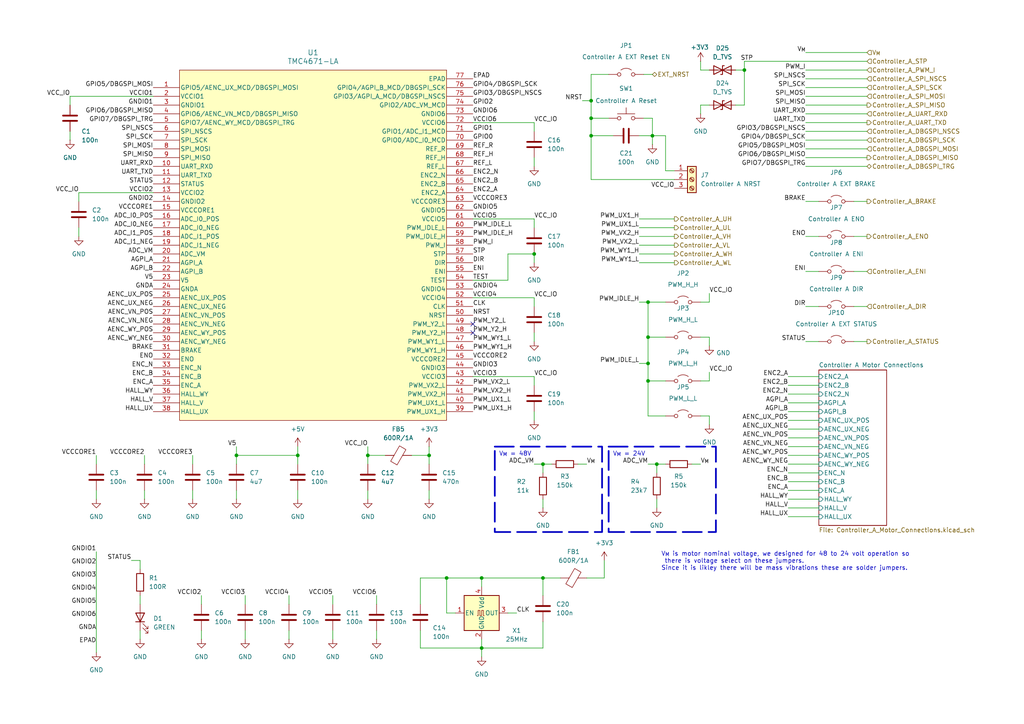
<source format=kicad_sch>
(kicad_sch (version 20231120) (generator "eeschema") (generator_version "8.0")
  (paper "A4")
  (title_block (title "HyperDrive Motor Controller") (rev "Mk. 1") (company "University of Alberta EcoCar Team"))
  (lib_symbols
    (symbol "Connector:Screw_Terminal_01x03" (pin_names (offset 1.016) hide)
      (property "Reference" "J" (at 0 5.08 0))
      (property "Value" "Screw_Terminal_01x03" (at 0 -5.08 0))
      (symbol "Screw_Terminal_01x03_1_1"
        (pin passive line (at -5.08 2.54 0) (length 3.81) (name "Pin_1") (number "1"))
        (pin passive line (at -5.08 0 0) (length 3.81) (name "Pin_2") (number "2"))
        (pin passive line (at -5.08 -2.54 0) (length 3.81) (name "Pin_3") (number "3"))
      )
    )
    (symbol "Device:C" (pin_numbers hide) (pin_names (offset 0.254))
      (property "Reference" "C" (at 0.635 2.54 0))
      (property "Value" "C" (at 0.635 -2.54 0))
      (symbol "C_1_1"
        (pin passive line (at 0 3.81 270) (length 2.794) (name "~") (number "1"))
        (pin passive line (at 0 -3.81 90) (length 2.794) (name "~") (number "2"))
      )
    )
    (symbol "Device:D_TVS" (pin_numbers hide) (pin_names (offset 1.016) hide)
      (property "Reference" "D" (at 0 2.54 0))
      (property "Value" "D_TVS" (at 0 -2.54 0))
      (symbol "D_TVS_1_1"
        (pin passive line (at -3.81 0 0) (length 2.54) (name "A1") (number "1"))
        (pin passive line (at 3.81 0 180) (length 2.54) (name "A2") (number "2"))
      )
    )
    (symbol "Device:FerriteBead" (pin_numbers hide) (pin_names (offset 0))
      (property "Reference" "FB" (at -3.81 0.635 90))
      (property "Value" "FerriteBead" (at 3.81 0 90))
      (symbol "FerriteBead_1_1"
        (pin passive line (at 0 3.81 270) (length 2.54) (name "~") (number "1"))
        (pin passive line (at 0 -3.81 90) (length 2.54) (name "~") (number "2"))
      )
    )
    (symbol "Device:LED" (pin_numbers hide) (pin_names (offset 1.016) hide)
      (property "Reference" "D" (at 0 2.54 0))
      (property "Value" "LED" (at 0 -2.54 0))
      (symbol "LED_1_1"
        (pin passive line (at -3.81 0 0) (length 2.54) (name "K") (number "1"))
        (pin passive line (at 3.81 0 180) (length 2.54) (name "A") (number "2"))
      )
    )
    (symbol "Device:R" (pin_numbers hide) (pin_names (offset 0))
      (property "Reference" "R" (at 2.032 0 90))
      (property "Value" "R" (at 0 0 90))
      (symbol "R_1_1"
        (pin passive line (at 0 3.81 270) (length 1.27) (name "~") (number "1"))
        (pin passive line (at 0 -3.81 90) (length 1.27) (name "~") (number "2"))
      )
    )
    (symbol "Jumper:Jumper_2_Open" (pin_numbers hide) (pin_names (offset 0) hide) (exclude_from_sim yes)
      (property "Reference" "JP" (at 0 2.794 0))
      (property "Value" "Jumper_2_Open" (at 0 -2.286 0))
      (symbol "Jumper_2_Open_1_1"
        (pin passive line (at -5.08 0 0) (length 2.54) (name "A") (number "1"))
        (pin passive line (at 5.08 0 180) (length 2.54) (name "B") (number "2"))
      )
    )
    (symbol "Motor Controller:TMC4671-LA" (pin_names (offset 0.254))
      (property "Reference" "U" (at -0.254 56.642 0))
      (property "Value" "TMC4671-LA" (at -0.254 54.102 0))
      (symbol "TMC4671-LA_0_1"
        (pin bidirectional line (at -45.72 45.72 0) (length 7.62) (name "GPIO5/AENC_UX_MCD/DBGSPI_MOSI") (number "1"))
        (pin input line (at -45.72 22.86 0) (length 7.62) (name "UART_RXD") (number "10"))
        (pin output line (at -45.72 20.32 0) (length 7.62) (name "UART_TXD") (number "11"))
        (pin output line (at -45.72 17.78 0) (length 7.62) (name "STATUS") (number "12"))
        (pin power_in line (at -45.72 15.24 0) (length 7.62) (name "VCCIO2") (number "13"))
        (pin power_in line (at -45.72 12.7 0) (length 7.62) (name "GNDIO2") (number "14"))
        (pin power_in line (at -45.72 10.16 0) (length 7.62) (name "VCCCORE1") (number "15"))
        (pin input line (at -45.72 7.62 0) (length 7.62) (name "ADC_I0_POS") (number "16"))
        (pin input line (at -45.72 5.08 0) (length 7.62) (name "ADC_I0_NEG") (number "17"))
        (pin input line (at -45.72 2.54 0) (length 7.62) (name "ADC_I1_POS") (number "18"))
        (pin input line (at -45.72 0 0) (length 7.62) (name "ADC_I1_NEG") (number "19"))
        (pin power_in line (at -45.72 43.18 0) (length 7.62) (name "VCCIO1") (number "2"))
        (pin input line (at -45.72 -2.54 0) (length 7.62) (name "ADC_VM") (number "20"))
        (pin input line (at -45.72 -5.08 0) (length 7.62) (name "AGPI_A") (number "21"))
        (pin input line (at -45.72 -7.62 0) (length 7.62) (name "AGPI_B") (number "22"))
        (pin power_in line (at -45.72 -10.16 0) (length 7.62) (name "V5") (number "23"))
        (pin power_in line (at -45.72 -12.7 0) (length 7.62) (name "GNDA") (number "24"))
        (pin input line (at -45.72 -15.24 0) (length 7.62) (name "AENC_UX_POS") (number "25"))
        (pin input line (at -45.72 -17.78 0) (length 7.62) (name "AENC_UX_NEG") (number "26"))
        (pin input line (at -45.72 -20.32 0) (length 7.62) (name "AENC_VN_POS") (number "27"))
        (pin input line (at -45.72 -22.86 0) (length 7.62) (name "AENC_VN_NEG") (number "28"))
        (pin input line (at -45.72 -25.4 0) (length 7.62) (name "AENC_WY_POS") (number "29"))
        (pin power_in line (at -45.72 40.64 0) (length 7.62) (name "GNDIO1") (number "3"))
        (pin input line (at -45.72 -27.94 0) (length 7.62) (name "AENC_WY_NEG") (number "30"))
        (pin output line (at -45.72 -30.48 0) (length 7.62) (name "BRAKE") (number "31"))
        (pin output line (at -45.72 -33.02 0) (length 7.62) (name "ENO") (number "32"))
        (pin input line (at -45.72 -35.56 0) (length 7.62) (name "ENC_N") (number "33"))
        (pin input line (at -45.72 -38.1 0) (length 7.62) (name "ENC_B") (number "34"))
        (pin input line (at -45.72 -40.64 0) (length 7.62) (name "ENC_A") (number "35"))
        (pin input line (at -45.72 -43.18 0) (length 7.62) (name "HALL_WY") (number "36"))
        (pin input line (at -45.72 -48.26 0) (length 7.62) (name "HALL_UX") (number "38"))
        (pin output line (at 46.99 -48.26 180) (length 7.62) (name "PWM_UX1_H") (number "39"))
        (pin bidirectional line (at -45.72 38.1 0) (length 7.62) (name "GPIO6/AENC_VN_MCD/DBGSPI_MISO") (number "4"))
        (pin output line (at 46.99 -45.72 180) (length 7.62) (name "PWM_UX1_L") (number "40"))
        (pin output line (at 46.99 -43.18 180) (length 7.62) (name "PWM_VX2_H") (number "41"))
        (pin output line (at 46.99 -40.64 180) (length 7.62) (name "PWM_VX2_L") (number "42"))
        (pin power_in line (at 46.99 -38.1 180) (length 7.62) (name "VCCIO3") (number "43"))
        (pin power_in line (at 46.99 -35.56 180) (length 7.62) (name "GNDIO3") (number "44"))
        (pin power_in line (at 46.99 -33.02 180) (length 7.62) (name "VCCCORE2") (number "45"))
        (pin output line (at 46.99 -30.48 180) (length 7.62) (name "PWM_WY1_H") (number "46"))
        (pin output line (at 46.99 -27.94 180) (length 7.62) (name "PWM_WY1_L") (number "47"))
        (pin output line (at 46.99 -25.4 180) (length 7.62) (name "PWM_Y2_H") (number "48"))
        (pin output line (at 46.99 -22.86 180) (length 7.62) (name "PWM_Y2_L") (number "49"))
        (pin bidirectional line (at -45.72 35.56 0) (length 7.62) (name "GPIO7/AENC_WY_MCD/DBGSPI_TRG") (number "5"))
        (pin input line (at 46.99 -20.32 180) (length 7.62) (name "NRST") (number "50"))
        (pin input line (at 46.99 -17.78 180) (length 7.62) (name "CLK") (number "51"))
        (pin power_in line (at 46.99 -15.24 180) (length 7.62) (name "VCCIO4") (number "52"))
        (pin power_in line (at 46.99 -12.7 180) (length 7.62) (name "GNDIO4") (number "53"))
        (pin input line (at 46.99 -10.16 180) (length 7.62) (name "TEST") (number "54"))
        (pin input line (at 46.99 -7.62 180) (length 7.62) (name "ENI") (number "55"))
        (pin input line (at 46.99 -5.08 180) (length 7.62) (name "DIR") (number "56"))
        (pin input line (at 46.99 -2.54 180) (length 7.62) (name "STP") (number "57"))
        (pin input line (at 46.99 0 180) (length 7.62) (name "PWM_I") (number "58"))
        (pin input line (at 46.99 2.54 180) (length 7.62) (name "PWM_IDLE_H") (number "59"))
        (pin input line (at -45.72 33.02 0) (length 7.62) (name "SPI_NSCS") (number "6"))
        (pin input line (at 46.99 5.08 180) (length 7.62) (name "PWM_IDLE_L") (number "60"))
        (pin power_in line (at 46.99 7.62 180) (length 7.62) (name "VCCIO5") (number "61"))
        (pin power_in line (at 46.99 10.16 180) (length 7.62) (name "GNDIO5") (number "62"))
        (pin power_in line (at 46.99 12.7 180) (length 7.62) (name "VCCCORE3") (number "63"))
        (pin input line (at 46.99 15.24 180) (length 7.62) (name "ENC2_A") (number "64"))
        (pin input line (at 46.99 17.78 180) (length 7.62) (name "ENC2_B") (number "65"))
        (pin input line (at 46.99 20.32 180) (length 7.62) (name "ENC2_N") (number "66"))
        (pin input line (at 46.99 22.86 180) (length 7.62) (name "REF_L") (number "67"))
        (pin input line (at 46.99 25.4 180) (length 7.62) (name "REF_H") (number "68"))
        (pin input line (at 46.99 27.94 180) (length 7.62) (name "REF_R") (number "69"))
        (pin input line (at -45.72 30.48 0) (length 7.62) (name "SPI_SCK") (number "7"))
        (pin bidirectional line (at 46.99 30.48 180) (length 7.62) (name "GPIO0/ADC_I0_MCD") (number "70"))
        (pin bidirectional line (at 46.99 33.02 180) (length 7.62) (name "GPIO1/ADC_I1_MCD") (number "71"))
        (pin power_in line (at 46.99 35.56 180) (length 7.62) (name "VCCIO6") (number "72"))
        (pin power_in line (at 46.99 38.1 180) (length 7.62) (name "GNDIO6") (number "73"))
        (pin bidirectional line (at 46.99 40.64 180) (length 7.62) (name "GPIO2/ADC_VM_MCD") (number "74"))
        (pin bidirectional line (at 46.99 43.18 180) (length 7.62) (name "GPIO3/AGPI_A_MCD/DBGSPI_NSCS") (number "75"))
        (pin bidirectional line (at 46.99 45.72 180) (length 7.62) (name "GPIO4/AGPI_B_MCD/DBGSPI_SCK") (number "76"))
        (pin unspecified line (at 46.99 48.26 180) (length 7.62) (name "EPAD") (number "77"))
        (pin input line (at -45.72 27.94 0) (length 7.62) (name "SPI_MOSI") (number "8"))
        (pin output line (at -45.72 25.4 0) (length 7.62) (name "SPI_MISO") (number "9"))
      )
      (symbol "TMC4671-LA_1_1"
        (pin input line (at -45.72 -45.72 0) (length 7.62) (name "HALL_V") (number "37"))
      )
    )
    (symbol "Oscillator:ASE-xxxMHz" (pin_names (offset 0.254))
      (property "Reference" "X" (at -5.08 6.35 0))
      (property "Value" "ASE-xxxMHz" (at 1.27 -6.35 0))
      (symbol "ASE-xxxMHz_1_1"
        (pin input line (at -7.62 0 0) (length 2.54) (name "EN") (number "1"))
        (pin power_in line (at 0 -7.62 90) (length 2.54) (name "GND") (number "2"))
        (pin output line (at 7.62 0 180) (length 2.54) (name "OUT") (number "3"))
        (pin power_in line (at 0 7.62 270) (length 2.54) (name "Vdd") (number "4"))
      )
    )
    (symbol "Switch:SW_Push" (pin_numbers hide) (pin_names (offset 1.016) hide)
      (property "Reference" "SW" (at 1.27 2.54 0))
      (property "Value" "SW_Push" (at 0 -1.524 0))
      (symbol "SW_Push_0_1"
        (pin passive line (at -5.08 0 0) (length 2.54) (name "1") (number "1"))
        (pin passive line (at 5.08 0 180) (length 2.54) (name "2") (number "2"))
      )
    )
    (symbol "power:+3V3" (power) (pin_numbers hide) (pin_names (offset 0) hide)
      (property "Value" "+3V3" (at 0 3.556 0))
      (symbol "+3V3_1_1"
        (pin power_in line (at 0 0 90) (length 0) (name "~") (number "1"))
      )
    )
    (symbol "power:+5V" (power) (pin_numbers hide) (pin_names (offset 0) hide)
      (property "Value" "+5V" (at 0 3.556 0))
      (symbol "+5V_1_1"
        (pin power_in line (at 0 0 90) (length 0) (name "~") (number "1"))
      )
    )
    (symbol "power:GND" (power) (pin_numbers hide) (pin_names (offset 0) hide)
      (property "Value" "GND" (at 0 -3.81 0))
      (symbol "GND_1_1"
        (pin power_in line (at 0 0 270) (length 0) (name "~") (number "1"))
      )
    )
  )
  (junction (at 215.9 20.32))
  (junction (at 86.36 132.08))
  (junction (at 187.96 105.41))
  (junction (at 171.45 34.29))
  (junction (at 157.48 167.64))
  (junction (at 190.5 134.62))
  (junction (at 139.7 187.96))
  (junction (at 139.7 167.64))
  (junction (at 171.45 29.21))
  (junction (at 171.45 39.37))
  (junction (at 187.96 110.49))
  (junction (at 189.23 39.37))
  (junction (at 129.54 167.64))
  (junction (at 124.46 132.08))
  (junction (at 106.68 132.08))
  (junction (at 157.48 134.62))
  (junction (at 187.96 87.63))
  (junction (at 154.94 73.66))
  (junction (at 187.96 97.79))
  (junction (at 68.58 132.08))
  (no_connect (at 137.16 96.52))
  (no_connect (at 137.16 93.98))
  (wire (pts (xy 233.68 33.02) (xy 251.46 33.02)))
  (wire (pts (xy 193.04 49.53) (xy 195.58 49.53)))
  (wire (pts (xy 137.16 63.5) (xy 154.94 63.5)))
  (wire (pts (xy 185.42 63.5) (xy 195.58 63.5)))
  (wire (pts (xy 68.58 142.24) (xy 68.58 144.78)))
  (wire (pts (xy 154.94 96.52) (xy 154.94 99.06)))
  (wire (pts (xy 190.5 144.78) (xy 190.5 147.32)))
  (wire (pts (xy 106.68 142.24) (xy 106.68 144.78)))
  (wire (pts (xy 137.16 109.22) (xy 154.94 109.22)))
  (wire (pts (xy 154.94 63.5) (xy 154.94 66.04)))
  (wire (pts (xy 40.64 172.72) (xy 40.64 175.26)))
  (wire (pts (xy 154.94 73.66) (xy 154.94 76.2)))
  (wire (pts (xy 20.32 38.1) (xy 20.32 40.64)))
  (wire (pts (xy 40.64 162.56) (xy 38.1 162.56)))
  (wire (pts (xy 27.94 160.02) (xy 27.94 189.23)))
  (wire (pts (xy 132.08 177.8) (xy 129.54 177.8)))
  (wire (pts (xy 185.42 68.58) (xy 195.58 68.58)))
  (wire (pts (xy 40.64 182.88) (xy 40.64 185.42)))
  (wire (pts (xy 233.68 68.58) (xy 237.49 68.58)))
  (wire (pts (xy 189.23 39.37) (xy 189.23 41.91)))
  (wire (pts (xy 187.96 110.49) (xy 187.96 120.65)))
  (wire (pts (xy 228.6 129.54) (xy 237.49 129.54)))
  (wire (pts (xy 185.42 76.2) (xy 195.58 76.2)))
  (wire (pts (xy 203.2 30.48) (xy 203.2 33.02)))
  (wire (pts (xy 193.04 39.37) (xy 189.23 39.37)))
  (wire (pts (xy 41.91 132.08) (xy 41.91 134.62)))
  (wire (pts (xy 154.94 86.36) (xy 154.94 88.9)))
  (wire (pts (xy 157.48 144.78) (xy 157.48 147.32)))
  (wire (pts (xy 121.92 187.96) (xy 139.7 187.96)))
  (wire (pts (xy 154.94 109.22) (xy 154.94 111.76)))
  (wire (pts (xy 187.96 97.79) (xy 193.04 97.79)))
  (wire (pts (xy 124.46 129.54) (xy 124.46 132.08)))
  (wire (pts (xy 228.6 111.76) (xy 237.49 111.76)))
  (wire (pts (xy 247.65 58.42) (xy 251.46 58.42)))
  (wire (pts (xy 124.46 142.24) (xy 124.46 144.78)))
  (wire (pts (xy 86.36 132.08) (xy 86.36 134.62)))
  (wire (pts (xy 147.32 81.28) (xy 147.32 73.66)))
  (wire (pts (xy 205.74 107.95) (xy 205.74 110.49)))
  (wire (pts (xy 205.74 87.63) (xy 203.2 87.63)))
  (wire (pts (xy 27.94 142.24) (xy 27.94 144.78)))
  (wire (pts (xy 96.52 182.88) (xy 96.52 185.42)))
  (wire (pts (xy 233.68 30.48) (xy 251.46 30.48)))
  (wire (pts (xy 228.6 124.46) (xy 237.49 124.46)))
  (wire (pts (xy 190.5 134.62) (xy 190.5 137.16)))
  (wire (pts (xy 233.68 25.4) (xy 251.46 25.4)))
  (wire (pts (xy 129.54 167.64) (xy 139.7 167.64)))
  (wire (pts (xy 189.23 34.29) (xy 186.69 34.29)))
  (wire (pts (xy 109.22 172.72) (xy 109.22 175.26)))
  (wire (pts (xy 228.6 142.24) (xy 237.49 142.24)))
  (wire (pts (xy 215.9 20.32) (xy 215.9 17.78)))
  (wire (pts (xy 193.04 134.62) (xy 190.5 134.62)))
  (wire (pts (xy 213.36 20.32) (xy 215.9 20.32)))
  (wire (pts (xy 233.68 15.24) (xy 251.46 15.24)))
  (wire (pts (xy 22.86 55.88) (xy 44.45 55.88)))
  (wire (pts (xy 20.32 27.94) (xy 20.32 30.48)))
  (wire (pts (xy 71.12 182.88) (xy 71.12 185.42)))
  (wire (pts (xy 106.68 129.54) (xy 106.68 132.08)))
  (wire (pts (xy 233.68 48.26) (xy 251.46 48.26)))
  (wire (pts (xy 213.36 30.48) (xy 215.9 30.48)))
  (wire (pts (xy 186.69 21.59) (xy 189.23 21.59)))
  (wire (pts (xy 55.88 142.24) (xy 55.88 144.78)))
  (wire (pts (xy 187.96 97.79) (xy 187.96 105.41)))
  (wire (pts (xy 55.88 132.08) (xy 55.88 134.62)))
  (wire (pts (xy 119.38 132.08) (xy 124.46 132.08)))
  (wire (pts (xy 205.74 110.49) (xy 203.2 110.49)))
  (wire (pts (xy 247.65 88.9) (xy 251.46 88.9)))
  (wire (pts (xy 228.6 132.08) (xy 237.49 132.08)))
  (wire (pts (xy 121.92 175.26) (xy 121.92 167.64)))
  (wire (pts (xy 68.58 132.08) (xy 86.36 132.08)))
  (wire (pts (xy 215.9 17.78) (xy 251.46 17.78)))
  (wire (pts (xy 233.68 40.64) (xy 251.46 40.64)))
  (wire (pts (xy 68.58 129.54) (xy 68.58 132.08)))
  (wire (pts (xy 176.53 21.59) (xy 171.45 21.59)))
  (wire (pts (xy 228.6 149.86) (xy 237.49 149.86)))
  (wire (pts (xy 228.6 139.7) (xy 237.49 139.7)))
  (wire (pts (xy 86.36 132.08) (xy 86.36 129.54)))
  (wire (pts (xy 137.16 81.28) (xy 147.32 81.28)))
  (wire (pts (xy 187.96 87.63) (xy 193.04 87.63)))
  (wire (pts (xy 20.32 27.94) (xy 44.45 27.94)))
  (wire (pts (xy 157.48 187.96) (xy 139.7 187.96)))
  (wire (pts (xy 157.48 167.64) (xy 157.48 172.72)))
  (wire (pts (xy 233.68 20.32) (xy 251.46 20.32)))
  (wire (pts (xy 40.64 165.1) (xy 40.64 162.56)))
  (wire (pts (xy 137.16 86.36) (xy 154.94 86.36)))
  (wire (pts (xy 233.68 35.56) (xy 251.46 35.56)))
  (wire (pts (xy 228.6 121.92) (xy 237.49 121.92)))
  (wire (pts (xy 157.48 167.64) (xy 162.56 167.64)))
  (wire (pts (xy 203.2 30.48) (xy 205.74 30.48)))
  (wire (pts (xy 203.2 20.32) (xy 205.74 20.32)))
  (wire (pts (xy 157.48 134.62) (xy 157.48 137.16)))
  (wire (pts (xy 139.7 167.64) (xy 157.48 167.64)))
  (wire (pts (xy 27.94 132.08) (xy 27.94 134.62)))
  (wire (pts (xy 58.42 182.88) (xy 58.42 185.42)))
  (wire (pts (xy 233.68 22.86) (xy 251.46 22.86)))
  (wire (pts (xy 58.42 172.72) (xy 58.42 175.26)))
  (wire (pts (xy 185.42 105.41) (xy 187.96 105.41)))
  (wire (pts (xy 41.91 142.24) (xy 41.91 144.78)))
  (wire (pts (xy 228.6 127) (xy 237.49 127)))
  (wire (pts (xy 171.45 39.37) (xy 171.45 52.07)))
  (wire (pts (xy 200.66 134.62) (xy 203.2 134.62)))
  (wire (pts (xy 233.68 58.42) (xy 237.49 58.42)))
  (wire (pts (xy 247.65 99.06) (xy 251.46 99.06)))
  (wire (pts (xy 187.96 105.41) (xy 187.96 110.49)))
  (wire (pts (xy 233.68 88.9) (xy 237.49 88.9)))
  (wire (pts (xy 203.2 17.78) (xy 203.2 20.32)))
  (wire (pts (xy 193.04 49.53) (xy 193.04 39.37)))
  (wire (pts (xy 171.45 34.29) (xy 176.53 34.29)))
  (wire (pts (xy 247.65 68.58) (xy 251.46 68.58)))
  (wire (pts (xy 228.6 114.3) (xy 237.49 114.3)))
  (wire (pts (xy 187.96 120.65) (xy 193.04 120.65)))
  (wire (pts (xy 154.94 119.38) (xy 154.94 121.92)))
  (wire (pts (xy 124.46 132.08) (xy 124.46 134.62)))
  (wire (pts (xy 168.91 29.21) (xy 171.45 29.21)))
  (wire (pts (xy 185.42 66.04) (xy 195.58 66.04)))
  (wire (pts (xy 185.42 73.66) (xy 195.58 73.66)))
  (wire (pts (xy 160.02 134.62) (xy 157.48 134.62)))
  (wire (pts (xy 83.82 172.72) (xy 83.82 175.26)))
  (wire (pts (xy 228.6 147.32) (xy 237.49 147.32)))
  (wire (pts (xy 233.68 78.74) (xy 237.49 78.74)))
  (wire (pts (xy 247.65 78.74) (xy 251.46 78.74)))
  (wire (pts (xy 228.6 144.78) (xy 237.49 144.78)))
  (wire (pts (xy 121.92 167.64) (xy 129.54 167.64)))
  (wire (pts (xy 233.68 27.94) (xy 251.46 27.94)))
  (wire (pts (xy 233.68 45.72) (xy 251.46 45.72)))
  (wire (pts (xy 189.23 34.29) (xy 189.23 39.37)))
  (wire (pts (xy 154.94 45.72) (xy 154.94 48.26)))
  (wire (pts (xy 106.68 132.08) (xy 106.68 134.62)))
  (wire (pts (xy 171.45 29.21) (xy 171.45 34.29)))
  (wire (pts (xy 185.42 87.63) (xy 187.96 87.63)))
  (wire (pts (xy 109.22 182.88) (xy 109.22 185.42)))
  (wire (pts (xy 154.94 35.56) (xy 154.94 38.1)))
  (wire (pts (xy 22.86 55.88) (xy 22.86 58.42)))
  (wire (pts (xy 139.7 187.96) (xy 139.7 185.42)))
  (wire (pts (xy 68.58 132.08) (xy 68.58 134.62)))
  (wire (pts (xy 154.94 134.62) (xy 157.48 134.62)))
  (wire (pts (xy 193.04 110.49) (xy 187.96 110.49)))
  (wire (pts (xy 157.48 180.34) (xy 157.48 187.96)))
  (wire (pts (xy 228.6 134.62) (xy 237.49 134.62)))
  (wire (pts (xy 185.42 71.12) (xy 195.58 71.12)))
  (wire (pts (xy 167.64 134.62) (xy 170.18 134.62)))
  (wire (pts (xy 121.92 182.88) (xy 121.92 187.96)))
  (wire (pts (xy 205.74 123.19) (xy 205.74 120.65)))
  (wire (pts (xy 205.74 97.79) (xy 205.74 100.33)))
  (wire (pts (xy 147.32 73.66) (xy 154.94 73.66)))
  (wire (pts (xy 233.68 99.06) (xy 237.49 99.06)))
  (wire (pts (xy 175.26 162.56) (xy 175.26 167.64)))
  (wire (pts (xy 215.9 20.32) (xy 215.9 30.48)))
  (wire (pts (xy 228.6 119.38) (xy 237.49 119.38)))
  (wire (pts (xy 187.96 134.62) (xy 190.5 134.62)))
  (wire (pts (xy 129.54 177.8) (xy 129.54 167.64)))
  (wire (pts (xy 106.68 132.08) (xy 111.76 132.08)))
  (wire (pts (xy 139.7 167.64) (xy 139.7 170.18)))
  (wire (pts (xy 187.96 87.63) (xy 187.96 97.79)))
  (wire (pts (xy 177.8 39.37) (xy 171.45 39.37)))
  (wire (pts (xy 170.18 167.64) (xy 175.26 167.64)))
  (wire (pts (xy 71.12 172.72) (xy 71.12 175.26)))
  (wire (pts (xy 228.6 137.16) (xy 237.49 137.16)))
  (wire (pts (xy 205.74 85.09) (xy 205.74 87.63)))
  (wire (pts (xy 185.42 39.37) (xy 189.23 39.37)))
  (wire (pts (xy 137.16 35.56) (xy 154.94 35.56)))
  (wire (pts (xy 149.86 177.8) (xy 147.32 177.8)))
  (wire (pts (xy 96.52 172.72) (xy 96.52 175.26)))
  (wire (pts (xy 171.45 21.59) (xy 171.45 29.21)))
  (wire (pts (xy 228.6 109.22) (xy 237.49 109.22)))
  (wire (pts (xy 86.36 142.24) (xy 86.36 144.78)))
  (wire (pts (xy 233.68 43.18) (xy 251.46 43.18)))
  (wire (pts (xy 203.2 120.65) (xy 205.74 120.65)))
  (wire (pts (xy 22.86 66.04) (xy 22.86 68.58)))
  (wire (pts (xy 228.6 116.84) (xy 237.49 116.84)))
  (wire (pts (xy 139.7 187.96) (xy 139.7 190.5)))
  (wire (pts (xy 203.2 97.79) (xy 205.74 97.79)))
  (wire (pts (xy 171.45 34.29) (xy 171.45 39.37)))
  (wire (pts (xy 83.82 182.88) (xy 83.82 185.42)))
  (wire (pts (xy 171.45 52.07) (xy 195.58 52.07)))
  (wire (pts (xy 233.68 38.1) (xy 251.46 38.1)))
  (text_box "V_{M} = 24V " (at 176.53 129.54 0) (size 31.115 24.765) (stroke (width 0.5) (type dash)) (effects (font (size 1.27 1.27)) (justify left top)))
  (text_box "V_{M} = 48V " (at 143.51 129.54 0) (size 31.115 24.765) (stroke (width 0.5) (type dash)) (effects (font (size 1.27 1.27)) (justify left top)))
  (text "V_{M} is motor nominal voltage, we designed for 48 to 24 volt operation so\n there is voltage select on these jumpers.\nSince it is likley there will be mass vibrations these are solder jumpers." (at 191.77 162.814 0) (effects (font (size 1.27 1.27)) (justify left)))
  (label "SPI_MOSI" (at 233.68 27.94 180))
  (label "AGPI_B" (at 44.45 78.74 180))
  (label "ENC_A" (at 228.6 142.24 180))
  (label "ENI" (at 233.68 78.74 180))
  (label "UART_RXD" (at 233.68 33.02 180))
  (label "ENO" (at 44.45 104.14 180))
  (label "ADC_I0_NEG" (at 44.45 66.04 180))
  (label "ADC_VM" (at 44.45 73.66 180))
  (label "GPIO4{slash}DBGSPI_SCK" (at 233.68 40.64 180))
  (label "ENO" (at 233.68 68.58 180))
  (label "AGPI_A" (at 44.45 76.2 180))
  (label "CLK" (at 149.86 177.8 0))
  (label "VCCCORE2" (at 137.16 104.14 0))
  (label "GPIO1" (at 137.16 38.1 0))
  (label "PWM_IDLE_H" (at 137.16 68.58 0))
  (label "ENC_B" (at 44.45 109.22 180))
  (label "SPI_MISO" (at 233.68 30.48 180))
  (label "GNDIO1" (at 27.94 160.02 180))
  (label "BRAKE" (at 233.68 58.42 180))
  (label "PWM_Y2_L" (at 137.16 93.98 0))
  (label "AENC_UX_POS" (at 44.45 86.36 180))
  (label "ENC2_A" (at 228.6 109.22 180))
  (label "PWM_WY1_H" (at 185.42 73.66 180))
  (label "VCCIO3" (at 137.16 109.22 0))
  (label "SPI_MISO" (at 44.45 45.72 180))
  (label "AENC_WY_POS" (at 228.6 132.08 180))
  (label "ENC_B" (at 228.6 139.7 180))
  (label "PWM_WY1_H" (at 137.16 101.6 0))
  (label "HALL_WY" (at 44.45 114.3 180))
  (label "UART_TXD" (at 233.68 35.56 180))
  (label "NRST" (at 137.16 91.44 0))
  (label "VCCIO3" (at 71.12 172.72 180))
  (label "EPAD" (at 137.16 22.86 0))
  (label "PWM_I" (at 137.16 71.12 0))
  (label "SPI_NSCS" (at 44.45 38.1 180))
  (label "VCC_IO" (at 22.86 55.88 180))
  (label "ENI" (at 137.16 78.74 0))
  (label "GPIO4{slash}DBGSPI_SCK" (at 137.16 25.4 0))
  (label "SPI_SCK" (at 44.45 40.64 180))
  (label "SPI_MOSI" (at 44.45 43.18 180))
  (label "REF_R" (at 137.16 43.18 0))
  (label "GNDIO2" (at 27.94 163.83 180))
  (label "VCCIO5" (at 96.52 172.72 180))
  (label "HALL_V" (at 44.45 116.84 180))
  (label "GNDIO6" (at 27.94 179.07 180))
  (label "GNDIO5" (at 27.94 175.26 180))
  (label "AENC_UX_POS" (at 228.6 121.92 180))
  (label "GPIO7{slash}DBGSPI_TRG" (at 233.68 48.26 180))
  (label "VCC_IO" (at 154.94 35.56 0))
  (label "REF_L" (at 137.16 48.26 0))
  (label "GNDIO4" (at 137.16 83.82 0))
  (label "VCC_IO" (at 154.94 86.36 0))
  (label "STATUS" (at 38.1 162.56 180))
  (label "V_{M}" (at 203.2 134.62 0))
  (label "PWM_VX2_L" (at 185.42 71.12 180))
  (label "GNDIO3" (at 137.16 106.68 0))
  (label "ADC_VM" (at 187.96 134.62 180))
  (label "PWM_Y2_H" (at 137.16 96.52 0))
  (label "GPIO6{slash}DBGSPI_MISO" (at 44.45 33.02 180))
  (label "VCCIO4" (at 137.16 86.36 0))
  (label "VCCCORE1" (at 44.45 60.96 180))
  (label "PWM_VX2_L" (at 137.16 111.76 0))
  (label "GNDA" (at 44.45 83.82 180))
  (label "STP" (at 137.16 73.66 0))
  (label "VCC_IO" (at 154.94 63.5 0))
  (label "VCC_IO" (at 106.68 129.54 180))
  (label "AENC_WY_NEG" (at 44.45 99.06 180))
  (label "GNDIO6" (at 137.16 33.02 0))
  (label "AENC_WY_POS" (at 44.45 96.52 180))
  (label "GNDIO5" (at 137.16 60.96 0))
  (label "TEST" (at 137.16 81.28 0))
  (label "EPAD" (at 27.94 186.69 180))
  (label "VCCIO1" (at 44.45 27.94 180))
  (label "VCCIO6" (at 109.22 172.72 180))
  (label "ENC2_N" (at 228.6 114.3 180))
  (label "GPIO7{slash}DBGSPI_TRG" (at 44.45 35.56 180))
  (label "PWM_IDLE_L" (at 137.16 66.04 0))
  (label "VCCIO6" (at 137.16 35.56 0))
  (label "AENC_WY_NEG" (at 228.6 134.62 180))
  (label "HALL_WY" (at 228.6 144.78 180))
  (label "STATUS" (at 233.68 99.06 180))
  (label "GPIO5{slash}DBGSPI_MOSI" (at 233.68 43.18 180))
  (label "DIR" (at 137.16 76.2 0))
  (label "BRAKE" (at 44.45 101.6 180))
  (label "STP" (at 218.44 17.78 180))
  (label "ENC2_B" (at 137.16 53.34 0))
  (label "GPIO6{slash}DBGSPI_MISO" (at 233.68 45.72 180))
  (label "GNDIO4" (at 27.94 171.45 180))
  (label "VCCIO2" (at 58.42 172.72 180))
  (label "PWM_UX1_H" (at 137.16 119.38 0))
  (label "VCCCORE1" (at 27.94 132.08 180))
  (label "AGPI_B" (at 228.6 119.38 180))
  (label "VCCCORE2" (at 41.91 132.08 180))
  (label "AENC_VN_POS" (at 228.6 127 180))
  (label "DIR" (at 233.68 88.9 180))
  (label "ADC_I1_POS" (at 44.45 68.58 180))
  (label "AENC_VN_NEG" (at 228.6 129.54 180))
  (label "SPI_SCK" (at 233.68 25.4 180))
  (label "GPIO3{slash}DBGSPI_NSCS" (at 137.16 27.94 0))
  (label "VCC_IO" (at 20.32 27.94 180))
  (label "VCC_IO" (at 154.94 109.22 0))
  (label "GPIO0" (at 137.16 40.64 0))
  (label "ENC_N" (at 44.45 106.68 180))
  (label "VCC_IO" (at 205.74 85.09 0))
  (label "AENC_VN_NEG" (at 44.45 93.98 180))
  (label "PWM_IDLE_H" (at 185.42 87.63 180))
  (label "GPIO2" (at 137.16 30.48 0))
  (label "PWM_UX1_L" (at 137.16 116.84 0))
  (label "REF_H" (at 137.16 45.72 0))
  (label "GNDIO2" (at 44.45 58.42 180))
  (label "VCCIO5" (at 137.16 63.5 0))
  (label "HALL_UX" (at 228.6 149.86 180))
  (label "ENC2_N" (at 137.16 50.8 0))
  (label "UART_RXD" (at 44.45 48.26 180))
  (label "HALL_V" (at 228.6 147.32 180))
  (label "HALL_UX" (at 44.45 119.38 180))
  (label "GNDA" (at 27.94 182.88 180))
  (label "PWM_WY1_L" (at 185.42 76.2 180))
  (label "AGPI_A" (at 228.6 116.84 180))
  (label "AENC_VN_POS" (at 44.45 91.44 180))
  (label "ENC_N" (at 228.6 137.16 180))
  (label "ENC_A" (at 44.45 111.76 180))
  (label "SPI_NSCS" (at 233.68 22.86 180))
  (label "ENC2_A" (at 137.16 55.88 0))
  (label "ADC_I1_NEG" (at 44.45 71.12 180))
  (label "STATUS" (at 44.45 53.34 180))
  (label "CLK" (at 137.16 88.9 0))
  (label "ENC2_B" (at 228.6 111.76 180))
  (label "PWM_IDLE_L" (at 185.42 105.41 180))
  (label "PWM_UX1_H" (at 185.42 63.5 180))
  (label "GPIO3{slash}DBGSPI_NSCS" (at 233.68 38.1 180))
  (label "UART_TXD" (at 44.45 50.8 180))
  (label "GNDIO1" (at 44.45 30.48 180))
  (label "AENC_UX_NEG" (at 228.6 124.46 180))
  (label "PWM_VX2_H" (at 185.42 68.58 180))
  (label "ADC_VM" (at 154.94 134.62 180))
  (label "ADC_I0_POS" (at 44.45 63.5 180))
  (label "PWM_I" (at 233.68 20.32 180))
  (label "AENC_UX_NEG" (at 44.45 88.9 180))
  (label "VCC_IO" (at 205.74 107.95 0))
  (label "GPIO5{slash}DBGSPI_MOSI" (at 44.45 25.4 180))
  (label "VCCCORE3" (at 137.16 58.42 0))
  (label "GNDIO3" (at 27.94 167.64 180))
  (label "V_{M}" (at 233.68 15.24 180))
  (label "VCCIO4" (at 83.82 172.72 180))
  (label "VCC_IO" (at 195.58 54.61 180))
  (label "V5" (at 68.58 129.54 180))
  (label "PWM_WY1_L" (at 137.16 99.06 0))
  (label "PWM_UX1_L" (at 185.42 66.04 180))
  (label "PWM_VX2_H" (at 137.16 114.3 0))
  (label "V_{M}" (at 170.18 134.62 0))
  (label "VCCCORE3" (at 55.88 132.08 180))
  (label "VCCIO2" (at 44.45 55.88 180))
  (label "NRST" (at 168.91 29.21 180))
  (label "V5" (at 44.45 81.28 180))
  (hierarchical_label "Controller_A_DBGSPI_MOSI" (shape input) (at 251.46 43.18 0))
  (hierarchical_label "Controller_A_UL" (shape output) (at 195.58 66.04 0))
  (hierarchical_label "Controller_A_SPI_NSCS" (shape input) (at 251.46 22.86 0))
  (hierarchical_label "Controller_A_SPI_SCK" (shape input) (at 251.46 25.4 0))
  (hierarchical_label "Controller_A_DBGSPI_SCK" (shape input) (at 251.46 40.64 0))
  (hierarchical_label "V_{M}" (shape input) (at 251.46 15.24 0))
  (hierarchical_label "Controller_A_WL" (shape output) (at 195.58 76.2 0))
  (hierarchical_label "Controller_A_PWM_I" (shape input) (at 251.46 20.32 0))
  (hierarchical_label "Controller_A_ENO" (shape output) (at 251.46 68.58 0))
  (hierarchical_label "Controller_A_SPI_MISO" (shape output) (at 251.46 30.48 0))
  (hierarchical_label "Controller_A_UH" (shape output) (at 195.58 63.5 0))
  (hierarchical_label "Controller_A_DBGSPI_MISO" (shape output) (at 251.46 45.72 0))
  (hierarchical_label "Controller_A_SPI_MOSI" (shape input) (at 251.46 27.94 0))
  (hierarchical_label "Controller_A_STATUS" (shape output) (at 251.46 99.06 0))
  (hierarchical_label "Controller_A_STP" (shape input) (at 251.46 17.78 0))
  (hierarchical_label "Controller_A_VH" (shape output) (at 195.58 68.58 0))
  (hierarchical_label "Controller_A_ENI" (shape input) (at 251.46 78.74 0))
  (hierarchical_label "Controller_A_UART_TXD" (shape output) (at 251.46 35.56 0))
  (hierarchical_label "Controller_A_VL" (shape output) (at 195.58 71.12 0))
  (hierarchical_label "EXT_NRST" (shape bidirectional) (at 189.23 21.59 0))
  (hierarchical_label "Controller_A_DBGSPI_NSCS" (shape input) (at 251.46 38.1 0))
  (hierarchical_label "Controller_A_DBGSPI_TRG" (shape bidirectional) (at 251.46 48.26 0))
  (hierarchical_label "Controller_A_UART_RXD" (shape input) (at 251.46 33.02 0))
  (hierarchical_label "Controller_A_DIR" (shape input) (at 251.46 88.9 0))
  (hierarchical_label "Controller_A_WH" (shape output) (at 195.58 73.66 0))
  (hierarchical_label "Controller_A_BRAKE" (shape output) (at 251.46 58.42 0))
  (symbol (lib_id "Device:C") (at 121.92 179.07 0) (unit 1)
    (property "Reference" "C14" (at 125.476 182.118 0) (effects (justify left)))
    (property "Value" "100n" (at 125.476 184.658 0) (effects (justify left)))
    (property "Footprint" "Capacitor_SMD:C_0603_1608Metric" (effects (hide yes)))
    (property "Description" "Unpolarized capacitor" (effects (hide yes)))
  )
  (symbol (lib_id "power:GND") (at 139.7 190.5 0) (unit 1)
    (property "Reference" "#PWR019" (effects (hide yes)))
    (property "Value" "GND" (at 139.7 195.58 0))
    (property "Description" "Power symbol creates a global label with name \"GND\" , ground" (effects (hide yes)))
  )
  (symbol (lib_id "Device:FerriteBead") (at 166.37 167.64 90) (unit 1)
    (property "Reference" "FB1" (at 166.3192 160.02 90))
    (property "Value" "600R/1A" (at 166.3192 162.56 90))
    (property "Footprint" "Inductor_SMD:L_0805_2012Metric" (effects (hide yes)))
    (property "Description" "Ferrite bead" (effects (hide yes)))
  )
  (symbol (lib_id "Device:C") (at 71.12 179.07 0) (unit 1)
    (property "Reference" "C8" (at 74.93 177.7999 0) (effects (justify left)))
    (property "Value" "100n" (at 74.93 180.3399 0) (effects (justify left)))
    (property "Footprint" "Capacitor_SMD:C_0603_1608Metric" (effects (hide yes)))
    (property "Description" "Unpolarized capacitor" (effects (hide yes)))
  )
  (symbol (lib_id "power:GND") (at 58.42 185.42 0) (unit 1)
    (property "Reference" "#PWR08" (effects (hide yes)))
    (property "Value" "GND" (at 58.42 190.5 0))
    (property "Description" "Power symbol creates a global label with name \"GND\" , ground" (effects (hide yes)))
  )
  (symbol (lib_id "power:GND") (at 124.46 144.78 0) (unit 1)
    (property "Reference" "#PWR018" (effects (hide yes)))
    (property "Value" "GND" (at 124.46 149.86 0))
    (property "Description" "Power symbol creates a global label with name \"GND\" , ground" (effects (hide yes)))
  )
  (symbol (lib_id "Device:C") (at 106.68 138.43 0) (unit 1)
    (property "Reference" "C12" (at 110.49 137.1599 0) (effects (justify left)))
    (property "Value" "4u7" (at 110.49 139.6999 0) (effects (justify left)))
    (property "Footprint" "Capacitor_SMD:C_0805_2012Metric" (effects (hide yes)))
    (property "Description" "Unpolarized capacitor" (effects (hide yes)))
  )
  (symbol (lib_id "Device:R") (at 163.83 134.62 90) (unit 1)
    (property "Reference" "R3" (at 163.83 138.176 90))
    (property "Value" "150k" (at 163.83 140.716 90))
    (property "Footprint" "Resistor_SMD:R_0603_1608Metric" (effects (hide yes)))
    (property "Description" "Resistor" (effects (hide yes)))
  )
  (symbol (lib_id "Jumper:Jumper_2_Open") (at 242.57 58.42 0) (unit 1) (exclude_from_sim yes)
    (property "Reference" "JP6" (at 242.57 50.038 0))
    (property "Value" "Controller A EXT BRAKE" (at 242.57 53.34 0))
    (property "Footprint" "Connector_PinHeader_2.54mm:PinHeader_1x02_P2.54mm_Vertical" (effects (hide yes)))
    (property "Description" "Jumper, 2-pole, open" (effects (hide yes)))
  )
  (symbol (lib_id "Device:D_TVS") (at 209.55 20.32 180) (unit 1)
    (property "Reference" "D25" (at 209.55 13.97 0))
    (property "Value" "D_TVS" (at 209.55 16.51 0))
    (property "Description" "Bidirectional transient-voltage-suppression diode" (effects (hide yes)))
  )
  (symbol (lib_id "power:GND") (at 157.48 147.32 0) (unit 1)
    (property "Reference" "#PWR024" (effects (hide yes)))
    (property "Value" "GND" (at 157.48 152.4 0))
    (property "Description" "Power symbol creates a global label with name \"GND\" , ground" (effects (hide yes)))
  )
  (symbol (lib_id "power:GND") (at 68.58 144.78 0) (unit 1)
    (property "Reference" "#PWR09" (effects (hide yes)))
    (property "Value" "GND" (at 68.58 149.86 0))
    (property "Description" "Power symbol creates a global label with name \"GND\" , ground" (effects (hide yes)))
  )
  (symbol (lib_id "Device:C") (at 83.82 179.07 0) (unit 1)
    (property "Reference" "C9" (at 87.63 177.7999 0) (effects (justify left)))
    (property "Value" "100n" (at 87.63 180.3399 0) (effects (justify left)))
    (property "Footprint" "Capacitor_SMD:C_0603_1608Metric" (effects (hide yes)))
    (property "Description" "Unpolarized capacitor" (effects (hide yes)))
  )
  (symbol (lib_id "power:GND") (at 20.32 40.64 0) (unit 1)
    (property "Reference" "#PWR01" (effects (hide yes)))
    (property "Value" "GND" (at 20.32 45.72 0))
    (property "Description" "Power symbol creates a global label with name \"GND\" , ground" (effects (hide yes)))
  )
  (symbol (lib_id "power:GND") (at 96.52 185.42 0) (unit 1)
    (property "Reference" "#PWR014" (effects (hide yes)))
    (property "Value" "GND" (at 96.52 190.5 0))
    (property "Description" "Power symbol creates a global label with name \"GND\" , ground" (effects (hide yes)))
  )
  (symbol (lib_id "Device:R") (at 157.48 140.97 180) (unit 1)
    (property "Reference" "R2" (at 149.86 139.7 0) (effects (justify right)))
    (property "Value" "11k" (at 149.86 142.24 0) (effects (justify right)))
    (property "Footprint" "Resistor_SMD:R_0603_1608Metric" (effects (hide yes)))
    (property "Description" "Resistor" (effects (hide yes)))
  )
  (symbol (lib_id "power:GND") (at 203.2 33.02 0) (unit 1)
    (property "Reference" "#PWR0187" (effects (hide yes)))
    (property "Value" "GND" (at 203.2 38.1 0))
    (property "Description" "Power symbol creates a global label with name \"GND\" , ground" (effects (hide yes)))
  )
  (symbol (lib_id "Device:LED") (at 40.64 179.07 90) (unit 1)
    (property "Reference" "D1" (at 44.45 179.3874 90) (effects (justify right)))
    (property "Value" "GREEN" (at 44.45 181.9274 90) (effects (justify right)))
    (property "Footprint" "LED_SMD:LED_0603_1608Metric" (effects (hide yes)))
    (property "Description" "Light emitting diode" (effects (hide yes)))
  )
  (symbol (lib_id "power:GND") (at 86.36 144.78 0) (unit 1)
    (property "Reference" "#PWR013" (effects (hide yes)))
    (property "Value" "GND" (at 86.36 149.86 0))
    (property "Description" "Power symbol creates a global label with name \"GND\" , ground" (effects (hide yes)))
  )
  (symbol (lib_id "Device:C") (at 20.32 34.29 0) (unit 1)
    (property "Reference" "C1" (at 23.622 38.1 0) (effects (justify left)))
    (property "Value" "100n" (at 23.622 40.64 0) (effects (justify left)))
    (property "Footprint" "Capacitor_SMD:C_0603_1608Metric" (effects (hide yes)))
    (property "Description" "Unpolarized capacitor" (effects (hide yes)))
  )
  (symbol (lib_id "power:GND") (at 27.94 189.23 0) (unit 1)
    (property "Reference" "#PWR04" (effects (hide yes)))
    (property "Value" "GND" (at 27.94 194.31 0))
    (property "Description" "Power symbol creates a global label with name \"GND\" , ground" (effects (hide yes)))
  )
  (symbol (lib_id "Device:D_TVS") (at 209.55 30.48 0) (unit 1)
    (property "Reference" "D24" (at 209.55 24.13 0))
    (property "Value" "D_TVS" (at 209.55 26.67 0))
    (property "Description" "Bidirectional transient-voltage-suppression diode" (effects (hide yes)))
  )
  (symbol (lib_id "power:GND") (at 40.64 185.42 0) (unit 1)
    (property "Reference" "#PWR05" (effects (hide yes)))
    (property "Value" "GND" (at 40.64 190.5 0))
    (property "Description" "Power symbol creates a global label with name \"GND\" , ground" (effects (hide yes)))
  )
  (symbol (lib_id "Oscillator:ASE-xxxMHz") (at 139.7 177.8 0) (unit 1)
    (property "Reference" "X1" (at 149.86 182.88 0))
    (property "Value" "25MHz" (at 149.86 185.42 0))
    (property "Footprint" "Oscillator:Oscillator_SMD_Abracon_ASE-4Pin_3.2x2.5mm" (effects (hide yes)))
    (property "Datasheet" "http://www.abracon.com/Oscillators/ASV.pdf" (effects (hide yes)))
    (property "Description" "3.3V CMOS SMD Crystal Clock Oscillator, Abracon" (effects (hide yes)))
  )
  (symbol (lib_id "Jumper:Jumper_2_Open") (at 242.57 88.9 0) (unit 1) (exclude_from_sim yes)
    (property "Reference" "JP9" (at 242.57 80.518 0))
    (property "Value" "Controller A DIR" (at 242.57 83.82 0))
    (property "Footprint" "Connector_PinHeader_2.54mm:PinHeader_1x02_P2.54mm_Vertical" (effects (hide yes)))
    (property "Description" "Jumper, 2-pole, open" (effects (hide yes)))
  )
  (symbol (lib_id "Device:C") (at 58.42 179.07 0) (unit 1)
    (property "Reference" "C6" (at 62.23 177.7999 0) (effects (justify left)))
    (property "Value" "100n" (at 62.23 180.3399 0) (effects (justify left)))
    (property "Footprint" "Capacitor_SMD:C_0603_1608Metric" (effects (hide yes)))
    (property "Description" "Unpolarized capacitor" (effects (hide yes)))
  )
  (symbol (lib_id "Device:C") (at 157.48 176.53 0) (unit 1)
    (property "Reference" "C20" (at 161.29 175.2599 0) (effects (justify left)))
    (property "Value" "100n" (at 161.29 177.7999 0) (effects (justify left)))
    (property "Footprint" "Capacitor_SMD:C_0603_1608Metric" (effects (hide yes)))
    (property "Description" "Unpolarized capacitor" (effects (hide yes)))
  )
  (symbol (lib_id "Device:C") (at 86.36 138.43 0) (unit 1)
    (property "Reference" "C10" (at 90.17 137.1599 0) (effects (justify left)))
    (property "Value" "100n" (at 90.17 139.6999 0) (effects (justify left)))
    (property "Footprint" "Capacitor_SMD:C_0603_1608Metric" (effects (hide yes)))
    (property "Description" "Unpolarized capacitor" (effects (hide yes)))
  )
  (symbol (lib_id "power:GND") (at 71.12 185.42 0) (unit 1)
    (property "Reference" "#PWR010" (effects (hide yes)))
    (property "Value" "GND" (at 71.12 190.5 0))
    (property "Description" "Power symbol creates a global label with name \"GND\" , ground" (effects (hide yes)))
  )
  (symbol (lib_id "power:GND") (at 106.68 144.78 0) (unit 1)
    (property "Reference" "#PWR015" (effects (hide yes)))
    (property "Value" "GND" (at 106.68 149.86 0))
    (property "Description" "Power symbol creates a global label with name \"GND\" , ground" (effects (hide yes)))
  )
  (symbol (lib_id "power:GND") (at 22.86 68.58 0) (unit 1)
    (property "Reference" "#PWR02" (effects (hide yes)))
    (property "Value" "GND" (at 22.86 73.66 0))
    (property "Description" "Power symbol creates a global label with name \"GND\" , ground" (effects (hide yes)))
  )
  (symbol (lib_id "Jumper:Jumper_2_Open") (at 198.12 87.63 0) (unit 1) (exclude_from_sim yes)
    (property "Reference" "JP2" (at 198.12 79.248 0))
    (property "Value" "PWM_H_H" (at 198.12 82.55 0))
    (property "Footprint" "Connector_PinHeader_2.54mm:PinHeader_1x02_P2.54mm_Vertical" (effects (hide yes)))
    (property "Description" "Jumper, 2-pole, open" (effects (hide yes)))
  )
  (symbol (lib_id "power:GND") (at 41.91 144.78 0) (unit 1)
    (property "Reference" "#PWR06" (effects (hide yes)))
    (property "Value" "GND" (at 41.91 149.86 0))
    (property "Description" "Power symbol creates a global label with name \"GND\" , ground" (effects (hide yes)))
  )
  (symbol (lib_id "Device:C") (at 124.46 138.43 0) (unit 1)
    (property "Reference" "C15" (at 128.27 137.1599 0) (effects (justify left)))
    (property "Value" "470n" (at 128.27 139.6999 0) (effects (justify left)))
    (property "Footprint" "Capacitor_SMD:C_0603_1608Metric" (effects (hide yes)))
    (property "Description" "Unpolarized capacitor" (effects (hide yes)))
  )
  (symbol (lib_id "power:GND") (at 205.74 123.19 0) (unit 1)
    (property "Reference" "#PWR029" (effects (hide yes)))
    (property "Value" "GND" (at 205.74 128.27 0))
    (property "Description" "Power symbol creates a global label with name \"GND\" , ground" (effects (hide yes)))
  )
  (symbol (lib_id "power:GND") (at 55.88 144.78 0) (unit 1)
    (property "Reference" "#PWR07" (effects (hide yes)))
    (property "Value" "GND" (at 55.88 149.86 0))
    (property "Description" "Power symbol creates a global label with name \"GND\" , ground" (effects (hide yes)))
  )
  (symbol (lib_id "power:GND") (at 154.94 76.2 0) (unit 1)
    (property "Reference" "#PWR021" (effects (hide yes)))
    (property "Value" "GND" (at 154.94 81.28 0))
    (property "Description" "Power symbol creates a global label with name \"GND\" , ground" (effects (hide yes)))
  )
  (symbol (lib_id "Device:C") (at 154.94 69.85 0) (unit 1)
    (property "Reference" "C17" (at 158.75 68.5799 0) (effects (justify left)))
    (property "Value" "100n" (at 158.75 71.1199 0) (effects (justify left)))
    (property "Footprint" "Capacitor_SMD:C_0603_1608Metric" (effects (hide yes)))
    (property "Description" "Unpolarized capacitor" (effects (hide yes)))
  )
  (symbol (lib_id "Jumper:Jumper_2_Open") (at 198.12 97.79 0) (unit 1) (exclude_from_sim yes)
    (property "Reference" "JP3" (at 198.12 89.408 0))
    (property "Value" "PWM_H_L" (at 198.12 92.71 0))
    (property "Footprint" "Connector_PinHeader_2.54mm:PinHeader_1x02_P2.54mm_Vertical" (effects (hide yes)))
    (property "Description" "Jumper, 2-pole, open" (effects (hide yes)))
  )
  (symbol (lib_id "Jumper:Jumper_2_Open") (at 242.57 99.06 0) (unit 1) (exclude_from_sim yes)
    (property "Reference" "JP10" (at 242.57 90.678 0))
    (property "Value" "Controller A EXT STATUS" (at 242.57 93.98 0))
    (property "Footprint" "Connector_PinHeader_2.54mm:PinHeader_1x02_P2.54mm_Vertical" (effects (hide yes)))
    (property "Description" "Jumper, 2-pole, open" (effects (hide yes)))
  )
  (symbol (lib_id "Device:C") (at 154.94 92.71 0) (unit 1)
    (property "Reference" "C18" (at 158.75 91.4399 0) (effects (justify left)))
    (property "Value" "100n" (at 158.75 93.9799 0) (effects (justify left)))
    (property "Footprint" "Capacitor_SMD:C_0603_1608Metric" (effects (hide yes)))
    (property "Description" "Unpolarized capacitor" (effects (hide yes)))
  )
  (symbol (lib_id "Device:C") (at 55.88 138.43 0) (unit 1)
    (property "Reference" "C5" (at 59.69 137.1599 0) (effects (justify left)))
    (property "Value" "100n" (at 59.69 139.6999 0) (effects (justify left)))
    (property "Footprint" "Capacitor_SMD:C_0603_1608Metric" (effects (hide yes)))
    (property "Description" "Unpolarized capacitor" (effects (hide yes)))
  )
  (symbol (lib_id "power:GND") (at 27.94 144.78 0) (unit 1)
    (property "Reference" "#PWR03" (effects (hide yes)))
    (property "Value" "GND" (at 27.94 149.86 0))
    (property "Description" "Power symbol creates a global label with name \"GND\" , ground" (effects (hide yes)))
  )
  (symbol (lib_id "Device:C") (at 68.58 138.43 0) (unit 1)
    (property "Reference" "C7" (at 72.39 137.1599 0) (effects (justify left)))
    (property "Value" "4u7" (at 72.39 139.6999 0) (effects (justify left)))
    (property "Footprint" "Capacitor_SMD:C_0805_2012Metric" (effects (hide yes)))
    (property "Description" "Unpolarized capacitor" (effects (hide yes)))
  )
  (symbol (lib_id "power:GND") (at 154.94 121.92 0) (unit 1)
    (property "Reference" "#PWR023" (effects (hide yes)))
    (property "Value" "GND" (at 154.94 127 0))
    (property "Description" "Power symbol creates a global label with name \"GND\" , ground" (effects (hide yes)))
  )
  (symbol (lib_id "power:+3V3") (at 175.26 162.56 0) (unit 1)
    (property "Reference" "#PWR025" (effects (hide yes)))
    (property "Value" "+3V3" (at 175.26 157.48 0))
    (property "Description" "Power symbol creates a global label with name \"+3V3\"" (effects (hide yes)))
  )
  (symbol (lib_id "Motor Controller:TMC4671-LA") (at 90.17 71.12 0) (unit 1)
    (property "Reference" "U1" (at 90.805 15.24 0) (effects (font (size 1.524 1.524))))
    (property "Value" "TMC4671-LA" (at 90.805 17.78 0) (effects (font (size 1.524 1.524))))
    (property "Footprint" "ecocad:QFN76_10P5X6P5_TRI" (effects (hide yes)))
    (property "Datasheet" "https://www.analog.com/media/en/technical-documentation/data-sheets/TMC4671.pdf" (effects (hide yes)))
  )
  (symbol (lib_id "power:GND") (at 190.5 147.32 0) (unit 1)
    (property "Reference" "#PWR026" (effects (hide yes)))
    (property "Value" "GND" (at 190.5 152.4 0))
    (property "Description" "Power symbol creates a global label with name \"GND\" , ground" (effects (hide yes)))
  )
  (symbol (lib_id "power:GND") (at 109.22 185.42 0) (unit 1)
    (property "Reference" "#PWR016" (effects (hide yes)))
    (property "Value" "GND" (at 109.22 190.5 0))
    (property "Description" "Power symbol creates a global label with name \"GND\" , ground" (effects (hide yes)))
  )
  (symbol (lib_id "Device:C") (at 154.94 115.57 0) (unit 1)
    (property "Reference" "C19" (at 158.75 114.2999 0) (effects (justify left)))
    (property "Value" "100n" (at 158.75 116.8399 0) (effects (justify left)))
    (property "Footprint" "Capacitor_SMD:C_0603_1608Metric" (effects (hide yes)))
    (property "Description" "Unpolarized capacitor" (effects (hide yes)))
  )
  (symbol (lib_id "Device:C") (at 154.94 41.91 0) (unit 1)
    (property "Reference" "C16" (at 158.75 40.6399 0) (effects (justify left)))
    (property "Value" "100n" (at 158.75 43.1799 0) (effects (justify left)))
    (property "Footprint" "Capacitor_SMD:C_0603_1608Metric" (effects (hide yes)))
    (property "Description" "Unpolarized capacitor" (effects (hide yes)))
  )
  (symbol (lib_id "power:+3V3") (at 124.46 129.54 0) (unit 1)
    (property "Reference" "#PWR017" (effects (hide yes)))
    (property "Value" "+3V3" (at 124.46 124.46 0))
    (property "Description" "Power symbol creates a global label with name \"+3V3\"" (effects (hide yes)))
  )
  (symbol (lib_id "Jumper:Jumper_2_Open") (at 198.12 120.65 0) (unit 1) (exclude_from_sim yes)
    (property "Reference" "JP5" (at 198.12 112.268 0))
    (property "Value" "PWM_L_L" (at 198.12 115.57 0))
    (property "Footprint" "Connector_PinHeader_2.54mm:PinHeader_1x02_P2.54mm_Vertical" (effects (hide yes)))
    (property "Description" "Jumper, 2-pole, open" (effects (hide yes)))
  )
  (symbol (lib_id "power:+3V3") (at 203.2 17.78 0) (unit 1)
    (property "Reference" "#PWR0186" (effects (hide yes)))
    (property "Value" "+3V3" (at 202.946 13.716 0))
    (property "Description" "Power symbol creates a global label with name \"+3V3\"" (effects (hide yes)))
  )
  (symbol (lib_id "Device:R") (at 196.85 134.62 90) (unit 1)
    (property "Reference" "R5" (at 196.85 138.176 90))
    (property "Value" "150k" (at 196.85 140.716 90))
    (property "Footprint" "Resistor_SMD:R_0603_1608Metric" (effects (hide yes)))
    (property "Description" "Resistor" (effects (hide yes)))
  )
  (symbol (lib_id "power:GND") (at 205.74 100.33 0) (unit 1)
    (property "Reference" "#PWR028" (effects (hide yes)))
    (property "Value" "GND" (at 209.804 102.362 0))
    (property "Description" "Power symbol creates a global label with name \"GND\" , ground" (effects (hide yes)))
  )
  (symbol (lib_id "Device:R") (at 190.5 140.97 180) (unit 1)
    (property "Reference" "R4" (at 182.88 139.7 0) (effects (justify right)))
    (property "Value" "23k7" (at 182.88 142.24 0) (effects (justify right)))
    (property "Footprint" "Resistor_SMD:R_0603_1608Metric" (effects (hide yes)))
    (property "Description" "Resistor" (effects (hide yes)))
  )
  (symbol (lib_id "Device:C") (at 22.86 62.23 0) (unit 1)
    (property "Reference" "C2" (at 26.67 60.9599 0) (effects (justify left)))
    (property "Value" "100n" (at 26.67 63.4999 0) (effects (justify left)))
    (property "Footprint" "Capacitor_SMD:C_0603_1608Metric" (effects (hide yes)))
    (property "Description" "Unpolarized capacitor" (effects (hide yes)))
  )
  (symbol (lib_id "Device:FerriteBead") (at 115.57 132.08 90) (unit 1)
    (property "Reference" "FB5" (at 115.5192 124.46 90))
    (property "Value" "600R/1A" (at 115.5192 127 90))
    (property "Footprint" "Inductor_SMD:L_0805_2012Metric" (effects (hide yes)))
    (property "Description" "Ferrite bead" (effects (hide yes)))
  )
  (symbol (lib_id "Device:R") (at 40.64 168.91 180) (unit 1)
    (property "Reference" "R1" (at 43.18 167.6399 0) (effects (justify right)))
    (property "Value" "100R" (at 43.18 170.1799 0) (effects (justify right)))
    (property "Footprint" "Resistor_SMD:R_0603_1608Metric" (effects (hide yes)))
    (property "Description" "Resistor" (effects (hide yes)))
  )
  (symbol (lib_id "Jumper:Jumper_2_Open") (at 181.61 21.59 0) (unit 1) (exclude_from_sim yes)
    (property "Reference" "JP1" (at 181.61 13.208 0))
    (property "Value" "Controller A EXT Reset EN" (at 181.61 16.51 0))
    (property "Footprint" "Connector_PinHeader_2.54mm:PinHeader_1x02_P2.54mm_Vertical" (effects (hide yes)))
    (property "Description" "Jumper, 2-pole, open" (effects (hide yes)))
  )
  (symbol (lib_id "power:GND") (at 189.23 41.91 0) (unit 1)
    (property "Reference" "#PWR027" (effects (hide yes)))
    (property "Value" "GND" (at 189.23 46.99 0))
    (property "Description" "Power symbol creates a global label with name \"GND\" , ground" (effects (hide yes)))
  )
  (symbol (lib_id "Jumper:Jumper_2_Open") (at 242.57 68.58 0) (unit 1) (exclude_from_sim yes)
    (property "Reference" "JP7" (at 242.57 60.198 0))
    (property "Value" "Controller A ENO" (at 242.57 63.5 0))
    (property "Footprint" "Connector_PinHeader_2.54mm:PinHeader_1x02_P2.54mm_Vertical" (effects (hide yes)))
    (property "Description" "Jumper, 2-pole, open" (effects (hide yes)))
  )
  (symbol (lib_id "Device:C") (at 41.91 138.43 0) (unit 1)
    (property "Reference" "C4" (at 45.72 137.1599 0) (effects (justify left)))
    (property "Value" "100n" (at 45.72 139.6999 0) (effects (justify left)))
    (property "Footprint" "Capacitor_SMD:C_0603_1608Metric" (effects (hide yes)))
    (property "Description" "Unpolarized capacitor" (effects (hide yes)))
  )
  (symbol (lib_id "Device:C") (at 96.52 179.07 0) (unit 1)
    (property "Reference" "C11" (at 100.33 177.7999 0) (effects (justify left)))
    (property "Value" "100n" (at 100.33 180.3399 0) (effects (justify left)))
    (property "Footprint" "Capacitor_SMD:C_0603_1608Metric" (effects (hide yes)))
    (property "Description" "Unpolarized capacitor" (effects (hide yes)))
  )
  (symbol (lib_id "power:GND") (at 154.94 99.06 0) (unit 1)
    (property "Reference" "#PWR022" (effects (hide yes)))
    (property "Value" "GND" (at 154.94 104.14 0))
    (property "Description" "Power symbol creates a global label with name \"GND\" , ground" (effects (hide yes)))
  )
  (symbol (lib_id "Connector:Screw_Terminal_01x03") (at 200.66 52.07 0) (unit 1)
    (property "Reference" "J7" (at 203.2 50.7999 0) (effects (justify left)))
    (property "Value" "Controller A NRST" (at 203.2 53.3399 0) (effects (justify left)))
    (property "Footprint" "TerminalBlock_Phoenix:TerminalBlock_Phoenix_MPT-0,5-3-2.54_1x03_P2.54mm_Horizontal" (effects (hide yes)))
    (property "Description" "Generic screw terminal, single row, 01x03, script generated (kicad-library-utils/schlib/autogen/connector/)" (effects (hide yes)))
  )
  (symbol (lib_id "power:GND") (at 154.94 48.26 0) (unit 1)
    (property "Reference" "#PWR020" (effects (hide yes)))
    (property "Value" "GND" (at 154.94 53.34 0))
    (property "Description" "Power symbol creates a global label with name \"GND\" , ground" (effects (hide yes)))
  )
  (symbol (lib_id "Jumper:Jumper_2_Open") (at 242.57 78.74 0) (unit 1) (exclude_from_sim yes)
    (property "Reference" "JP8" (at 242.57 70.358 0))
    (property "Value" "Controller A ENI" (at 242.57 73.66 0))
    (property "Footprint" "Connector_PinHeader_2.54mm:PinHeader_1x02_P2.54mm_Vertical" (effects (hide yes)))
    (property "Description" "Jumper, 2-pole, open" (effects (hide yes)))
  )
  (symbol (lib_id "power:+5V") (at 86.36 129.54 0) (unit 1)
    (property "Reference" "#PWR012" (effects (hide yes)))
    (property "Value" "+5V" (at 86.36 124.46 0))
    (property "Description" "Power symbol creates a global label with name \"+5V\"" (effects (hide yes)))
  )
  (symbol (lib_id "Device:C") (at 27.94 138.43 0) (unit 1)
    (property "Reference" "C3" (at 31.75 137.1599 0) (effects (justify left)))
    (property "Value" "100n" (at 31.75 139.6999 0) (effects (justify left)))
    (property "Footprint" "Capacitor_SMD:C_0603_1608Metric" (effects (hide yes)))
    (property "Description" "Unpolarized capacitor" (effects (hide yes)))
  )
  (symbol (lib_id "Jumper:Jumper_2_Open") (at 198.12 110.49 0) (unit 1) (exclude_from_sim yes)
    (property "Reference" "JP4" (at 198.12 102.108 0))
    (property "Value" "PWM_L_H" (at 198.12 105.41 0))
    (property "Footprint" "Connector_PinHeader_2.54mm:PinHeader_1x02_P2.54mm_Vertical" (effects (hide yes)))
    (property "Description" "Jumper, 2-pole, open" (effects (hide yes)))
  )
  (symbol (lib_id "power:GND") (at 83.82 185.42 0) (unit 1)
    (property "Reference" "#PWR011" (effects (hide yes)))
    (property "Value" "GND" (at 83.82 190.5 0))
    (property "Description" "Power symbol creates a global label with name \"GND\" , ground" (effects (hide yes)))
  )
  (symbol (lib_id "Device:C") (at 181.61 39.37 90) (unit 1)
    (property "Reference" "C21" (at 181.61 44.45 90))
    (property "Value" "100n" (at 181.61 46.99 90))
    (property "Footprint" "Capacitor_SMD:C_0603_1608Metric" (effects (hide yes)))
    (property "Description" "Unpolarized capacitor" (effects (hide yes)))
  )
  (symbol (lib_id "Device:C") (at 109.22 179.07 0) (unit 1)
    (property "Reference" "C13" (at 113.03 177.7999 0) (effects (justify left)))
    (property "Value" "100n" (at 113.03 180.3399 0) (effects (justify left)))
    (property "Footprint" "Capacitor_SMD:C_0603_1608Metric" (effects (hide yes)))
    (property "Description" "Unpolarized capacitor" (effects (hide yes)))
  )
  (symbol (lib_id "Switch:SW_Push") (at 181.61 34.29 0) (unit 1)
    (property "Reference" "SW1" (at 181.61 25.654 0))
    (property "Value" "Controller A Reset" (at 181.61 29.21 0))
    (property "Description" "Push button switch, generic, two pins" (effects (hide yes)))
  )
  (sheet (at 237.49 107.315) (size 19.685 45.085) (stroke (width 0.1524))
    (property "Sheetname" "Controller A Motor Connections" (at 237.49 106.6034 0) (effects (justify left bottom)))
    (property "Sheetfile" "Controller_A_Motor_Connections.kicad_sch" (at 237.49 152.9846 0) (effects (justify left top)))
    (pin "AGPI_A" input (at 237.49 116.84 180))
    (pin "ENC2_B" input (at 237.49 111.76 180))
    (pin "ENC2_A" input (at 237.49 109.22 180))
    (pin "AGPI_B" input (at 237.49 119.38 180))
    (pin "AENC_VN_POS" input (at 237.49 127 180))
    (pin "AENC_UX_NEG" input (at 237.49 124.46 180))
    (pin "AENC_UX_POS" input (at 237.49 121.92 180))
    (pin "AENC_WY_POS" input (at 237.49 132.08 180))
    (pin "AENC_VN_NEG" input (at 237.49 129.54 180))
    (pin "AENC_WY_NEG" input (at 237.49 134.62 180))
    (pin "ENC_B" input (at 237.49 139.7 180))
    (pin "HALL_UX" input (at 237.49 149.86 180))
    (pin "ENC_N" input (at 237.49 137.16 180))
    (pin "HALL_WY" input (at 237.49 144.78 180))
    (pin "ENC_A" input (at 237.49 142.24 180))
    (pin "ENC2_N" input (at 237.49 114.3 180))
    (pin "HALL_V" input (at 237.49 147.32 180))
  )
)
</source>
